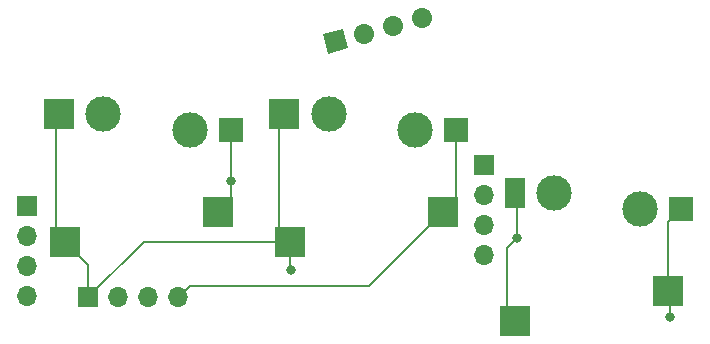
<source format=gbr>
G04 #@! TF.GenerationSoftware,KiCad,Pcbnew,(5.1.4)-1*
G04 #@! TF.CreationDate,2023-09-09T05:29:12-04:00*
G04 #@! TF.ProjectId,ThumbsUp,5468756d-6273-4557-902e-6b696361645f,rev?*
G04 #@! TF.SameCoordinates,Original*
G04 #@! TF.FileFunction,Copper,L2,Bot*
G04 #@! TF.FilePolarity,Positive*
%FSLAX46Y46*%
G04 Gerber Fmt 4.6, Leading zero omitted, Abs format (unit mm)*
G04 Created by KiCad (PCBNEW (5.1.4)-1) date 2023-09-09 05:29:12*
%MOMM*%
%LPD*%
G04 APERTURE LIST*
%ADD10O,1.700000X1.700000*%
%ADD11R,1.700000X1.700000*%
%ADD12R,2.550000X2.500000*%
%ADD13R,2.000000X2.000000*%
%ADD14C,3.000000*%
%ADD15R,1.700000X2.500000*%
%ADD16C,1.700000*%
%ADD17C,1.700000*%
%ADD18C,0.100000*%
%ADD19C,0.800000*%
%ADD20C,0.200000*%
G04 APERTURE END LIST*
D10*
X-161966620Y-466097892D03*
X-161966620Y-463557892D03*
X-161966620Y-461017892D03*
D11*
X-161966620Y-458477892D03*
D12*
X-140230000Y-450660061D03*
D13*
X-125630000Y-452010061D03*
D14*
X-129130000Y-452010061D03*
X-136430000Y-450660061D03*
D12*
X-139672000Y-461490061D03*
X-126745000Y-458950061D03*
D15*
X-120630000Y-457380000D03*
D13*
X-106580000Y-458710000D03*
D14*
X-110080000Y-458710000D03*
X-117380000Y-457360000D03*
D12*
X-120622000Y-468190000D03*
X-107695000Y-465650000D03*
X-159293954Y-450660061D03*
D13*
X-144693954Y-452010061D03*
D14*
X-148193954Y-452010061D03*
X-155493954Y-450660061D03*
D12*
X-158735954Y-461490061D03*
X-145808954Y-458950061D03*
D10*
X-123248141Y-462598713D03*
X-123248141Y-460058713D03*
X-123248141Y-457518713D03*
D11*
X-123248141Y-454978713D03*
D10*
X-149139330Y-466194574D03*
X-151679330Y-466194574D03*
X-154219330Y-466194574D03*
D11*
X-156759330Y-466194574D03*
D16*
X-128482864Y-442538390D03*
D17*
X-128482864Y-442538390D02*
X-128482864Y-442538390D01*
D16*
X-130936316Y-443195790D03*
D17*
X-130936316Y-443195790D02*
X-130936316Y-443195790D01*
D16*
X-133389767Y-443853191D03*
D17*
X-133389767Y-443853191D02*
X-133389767Y-443853191D01*
D16*
X-135843219Y-444510591D03*
D18*
G36*
X-136884252Y-443909550D02*
G01*
X-135242178Y-443469558D01*
X-134802186Y-445111632D01*
X-136444260Y-445551624D01*
X-136884252Y-443909550D01*
X-136884252Y-443909550D01*
G37*
D19*
X-107490000Y-467880000D03*
X-144730000Y-456320000D03*
X-120510000Y-461160000D03*
X-139590000Y-463910000D03*
D20*
X-132994939Y-465200000D02*
X-126745000Y-458950061D01*
X-148144756Y-465200000D02*
X-132994939Y-465200000D01*
X-149139330Y-466194574D02*
X-148144756Y-465200000D01*
X-125630000Y-452010061D02*
X-125630000Y-457835061D01*
X-125630000Y-457835061D02*
X-126745000Y-458950061D01*
X-107490000Y-465855000D02*
X-107695000Y-465650000D01*
X-107490000Y-467880000D02*
X-107490000Y-465855000D01*
X-107695000Y-465650000D02*
X-107695000Y-459825000D01*
X-107695000Y-459825000D02*
X-106580000Y-458710000D01*
X-144730000Y-456320000D02*
X-144730000Y-452046107D01*
X-144730000Y-457871107D02*
X-145808954Y-458950061D01*
X-144730000Y-452046107D02*
X-144693954Y-452010061D01*
X-144730000Y-456320000D02*
X-144730000Y-457871107D01*
X-139672000Y-461490061D02*
X-139672000Y-463828000D01*
X-120647000Y-468190000D02*
X-120622000Y-468190000D01*
X-139672000Y-463828000D02*
X-139590000Y-463910000D01*
X-120510000Y-461160000D02*
X-121360000Y-462010000D01*
X-120510000Y-458030000D02*
X-121180000Y-457360000D01*
X-121360000Y-467477000D02*
X-120647000Y-468190000D01*
X-120510000Y-461160000D02*
X-120510000Y-458030000D01*
X-121360000Y-462010000D02*
X-121360000Y-467477000D01*
X-152054817Y-461490061D02*
X-139672000Y-461490061D01*
X-156759330Y-463441685D02*
X-158710954Y-461490061D01*
X-140630000Y-451020000D02*
X-140270061Y-450660061D01*
X-140270061Y-450660061D02*
X-140230000Y-450660061D01*
X-159293954Y-450783954D02*
X-159293954Y-450660061D01*
X-156759330Y-466194574D02*
X-156759330Y-463441685D01*
X-139672000Y-461490061D02*
X-140630000Y-461490061D01*
X-159530000Y-451020000D02*
X-159293954Y-450783954D01*
X-158735954Y-461490061D02*
X-159359939Y-461490061D01*
X-156759330Y-466194574D02*
X-152054817Y-461490061D01*
X-158710954Y-461490061D02*
X-158735954Y-461490061D01*
X-140630000Y-461490061D02*
X-140630000Y-451020000D01*
X-159359939Y-461490061D02*
X-159530000Y-461320000D01*
X-159530000Y-461320000D02*
X-159530000Y-451020000D01*
M02*

</source>
